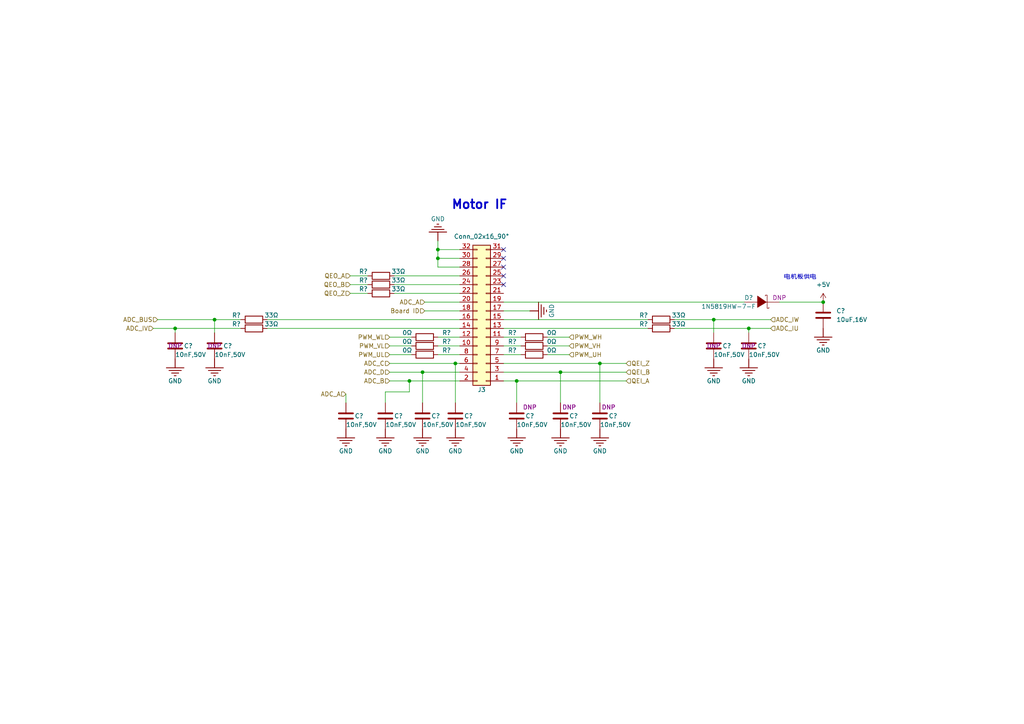
<source format=kicad_sch>
(kicad_sch (version 20230121) (generator eeschema)
  (paper "A4")
  (title_block (title "HPM5E00EVK") (date "2024-04-06") (rev "RevB") (comment 1 "MOTOR_IF"))
  (lib_symbols
    (symbol "00_HPM_power:+5V" (power) (pin_names (offset 0))
      (property "Value" "+5V" (at 0 3.556 0))
      (symbol "+5V_0_1"
        (polyline (pts (xy -0.762 1.27) (xy 0 2.54)))
        (polyline (pts (xy 0 0) (xy 0 2.54)))
        (polyline (pts (xy 0 2.54) (xy 0.762 1.27)))
      )
      (symbol "+5V_1_1"
        (pin power_in line (at 0 0 90) (length 0) hide (name "+5V") (number "1"))
      )
    )
    (symbol "00_HPM_power:GND" (power)
      (property "Value" "GND" (at 0 -6.35 0))
      (symbol "GND_0_0"
        (polyline (pts (xy -2.54 -2.54) (xy 2.54 -2.54)) (stroke (width 0.254)))
        (polyline (pts (xy -1.778 -3.302) (xy 1.778 -3.302)) (stroke (width 0.254)))
        (polyline (pts (xy -1.016 -4.064) (xy 1.016 -4.064)) (stroke (width 0.254)))
        (polyline (pts (xy -0.254 -4.826) (xy 0.254 -4.826)) (stroke (width 0.254)))
        (polyline (pts (xy 0 0) (xy 0 -2.54)) (stroke (width 0.254)))
        (pin power_in line (at 0 0 0) (length 0) hide (name "GND") (number ""))
      )
    )
    (symbol "02_HPM_Resistor:0Ω_0402" (pin_numbers hide) (pin_names (offset 0))
      (property "Reference" "R" (at 0 5.08 0))
      (property "Value" "0Ω" (at 0 8.89 0))
      (symbol "0Ω_0402_0_1"
        (rectangle (start 2.54 -1.016) (end -2.54 1.016) (stroke (width 0.254)))
      )
      (symbol "0Ω_0402_1_1"
        (pin passive line (at -3.81 0 0) (length 1.27) (name "~") (number "1"))
        (pin passive line (at 3.81 0 180) (length 1.27) (name "~") (number "2"))
      )
    )
    (symbol "02_HPM_Resistor:33Ω_0402" (pin_numbers hide) (pin_names (offset 0))
      (property "Reference" "R" (at 0 3.81 0))
      (property "Value" "33Ω" (at 0 6.35 0))
      (symbol "33Ω_0402_0_1"
        (rectangle (start 2.54 -1.016) (end -2.54 1.016) (stroke (width 0.254)))
      )
      (symbol "33Ω_0402_1_1"
        (pin passive line (at -3.81 0 0) (length 1.27) (name "~") (number "1"))
        (pin passive line (at 3.81 0 180) (length 1.27) (name "~") (number "2"))
      )
    )
    (symbol "03_HPM_Capacitance:10nF,50V_0402" (pin_numbers hide) (pin_names (offset 0.254))
      (property "Reference" "C" (at -3.81 13.97 0))
      (property "Value" "10nF,50V" (at -3.81 8.89 0))
      (symbol "10nF,50V_0402_0_1"
        (polyline (pts (xy -2.032 -0.762) (xy 2.032 -0.762)) (stroke (width 0.508)))
        (polyline (pts (xy -2.032 0.762) (xy 2.032 0.762)) (stroke (width 0.508)))
      )
      (symbol "10nF,50V_0402_1_1"
        (pin passive line (at 0 3.81 270) (length 2.794) (name "~") (number "1"))
        (pin passive line (at 0 -3.81 90) (length 2.794) (name "~") (number "2"))
      )
    )
    (symbol "03_HPM_Capacitance:10uF,16V_0603" (pin_numbers hide) (pin_names (offset 0.254))
      (property "Reference" "C" (at 0.635 2.54 0))
      (property "Value" "10uF,16V" (at 0.635 -2.54 0))
      (symbol "10uF,16V_0603_0_1"
        (polyline (pts (xy -2.032 -0.762) (xy 2.032 -0.762)) (stroke (width 0.508)))
        (polyline (pts (xy -2.032 0.762) (xy 2.032 0.762)) (stroke (width 0.508)))
      )
      (symbol "10uF,16V_0603_1_1"
        (pin passive line (at 0 3.81 270) (length 2.794) (name "~") (number "1"))
        (pin passive line (at 0 -3.81 90) (length 2.794) (name "~") (number "2"))
      )
    )
    (symbol "04_HPM_Diode: 1N5819HW-7-F" (pin_numbers hide) (pin_names (offset 1.016) hide)
      (property "Reference" "D" (at 0 5.08 0))
      (property "Value" " 1N5819HW-7-F" (at -1.27 7.62 0))
      (symbol " 1N5819HW-7-F_1_1"
        (polyline (pts (xy 1.27 1.524) (xy -1.27 0) (xy -1.27 0) (xy 1.27 -1.778) (xy 1.27 -1.778) (xy 1.27 1.524)) (fill (type color) (color 132 0 0 1)))
        (polyline (pts (xy -2.032 1.524) (xy -2.032 1.778) (xy -2.032 1.778) (xy -1.524 1.778) (xy -1.524 1.778) (xy -1.524 -2.032) (xy -1.524 -2.032) (xy -1.016 -2.032) (xy -1.016 -2.032) (xy -1.016 -1.778)))
        (pin input line (at -5.08 0 0) (length 3.81) (name "K") (number "1"))
        (pin input line (at 5.08 0 180) (length 3.81) (name "A") (number "2"))
      )
    )
    (symbol "05_HPM_Connector_PinHeader:Conn_02x16_90°" (pin_names (offset 1.016) hide)
      (property "Reference" "J" (at 1.27 20.32 0))
      (property "Value" "Conn_02x16_90°" (at 1.27 -22.86 0))
      (symbol "Conn_02x16_90°_1_1"
        (rectangle (start -1.27 -20.193) (end 0 -20.447) (stroke (width 0.1524)))
        (rectangle (start -1.27 -17.653) (end 0 -17.907) (stroke (width 0.1524)))
        (rectangle (start -1.27 -15.113) (end 0 -15.367) (stroke (width 0.1524)))
        (rectangle (start -1.27 -12.573) (end 0 -12.827) (stroke (width 0.1524)))
        (rectangle (start -1.27 -10.033) (end 0 -10.287) (stroke (width 0.1524)))
        (rectangle (start -1.27 -7.493) (end 0 -7.747) (stroke (width 0.1524)))
        (rectangle (start -1.27 -4.953) (end 0 -5.207) (stroke (width 0.1524)))
        (rectangle (start -1.27 -2.413) (end 0 -2.667) (stroke (width 0.1524)))
        (rectangle (start -1.27 0.127) (end 0 -0.127) (stroke (width 0.1524)))
        (rectangle (start -1.27 2.667) (end 0 2.413) (stroke (width 0.1524)))
        (rectangle (start -1.27 5.207) (end 0 4.953) (stroke (width 0.1524)))
        (rectangle (start -1.27 7.747) (end 0 7.493) (stroke (width 0.1524)))
        (rectangle (start -1.27 10.287) (end 0 10.033) (stroke (width 0.1524)))
        (rectangle (start -1.27 12.827) (end 0 12.573) (stroke (width 0.1524)))
        (rectangle (start -1.27 15.367) (end 0 15.113) (stroke (width 0.1524)))
        (rectangle (start -1.27 17.907) (end 0 17.653) (stroke (width 0.1524)))
        (rectangle (start -1.27 19.05) (end 3.81 -21.59) (stroke (width 0.254)) (fill (type background)))
        (rectangle (start 3.81 -20.193) (end 2.54 -20.447) (stroke (width 0.1524)))
        (rectangle (start 3.81 -17.653) (end 2.54 -17.907) (stroke (width 0.1524)))
        (rectangle (start 3.81 -15.113) (end 2.54 -15.367) (stroke (width 0.1524)))
        (rectangle (start 3.81 -12.573) (end 2.54 -12.827) (stroke (width 0.1524)))
        (rectangle (start 3.81 -10.033) (end 2.54 -10.287) (stroke (width 0.1524)))
        (rectangle (start 3.81 -7.493) (end 2.54 -7.747) (stroke (width 0.1524)))
        (rectangle (start 3.81 -4.953) (end 2.54 -5.207) (stroke (width 0.1524)))
        (rectangle (start 3.81 -2.413) (end 2.54 -2.667) (stroke (width 0.1524)))
        (rectangle (start 3.81 0.127) (end 2.54 -0.127) (stroke (width 0.1524)))
        (rectangle (start 3.81 2.667) (end 2.54 2.413) (stroke (width 0.1524)))
        (rectangle (start 3.81 5.207) (end 2.54 4.953) (stroke (width 0.1524)))
        (rectangle (start 3.81 7.747) (end 2.54 7.493) (stroke (width 0.1524)))
        (rectangle (start 3.81 10.287) (end 2.54 10.033) (stroke (width 0.1524)))
        (rectangle (start 3.81 12.827) (end 2.54 12.573) (stroke (width 0.1524)))
        (rectangle (start 3.81 15.367) (end 2.54 15.113) (stroke (width 0.1524)))
        (rectangle (start 3.81 17.907) (end 2.54 17.653) (stroke (width 0.1524)))
        (pin passive line (at -5.08 17.78 0) (length 3.81) (name "Pin_1") (number "1"))
        (pin passive line (at 7.62 7.62 180) (length 3.81) (name "Pin_10") (number "10"))
        (pin passive line (at -5.08 5.08 0) (length 3.81) (name "Pin_11") (number "11"))
        (pin passive line (at 7.62 5.08 180) (length 3.81) (name "Pin_12") (number "12"))
        (pin passive line (at -5.08 2.54 0) (length 3.81) (name "Pin_13") (number "13"))
        (pin passive line (at 7.62 2.54 180) (length 3.81) (name "Pin_14") (number "14"))
        (pin passive line (at -5.08 0 0) (length 3.81) (name "Pin_15") (number "15"))
        (pin passive line (at 7.62 0 180) (length 3.81) (name "Pin_16") (number "16"))
        (pin passive line (at -5.08 -2.54 0) (length 3.81) (name "Pin_17") (number "17"))
        (pin passive line (at 7.62 -2.54 180) (length 3.81) (name "Pin_18") (number "18"))
        (pin passive line (at -5.08 -5.08 0) (length 3.81) (name "Pin_19") (number "19"))
        (pin passive line (at 7.62 17.78 180) (length 3.81) (name "Pin_2") (number "2"))
        (pin passive line (at 7.62 -5.08 180) (length 3.81) (name "Pin_20") (number "20"))
        (pin passive line (at -5.08 -7.62 0) (length 3.81) (name "Pin_21") (number "21"))
        (pin passive line (at 7.62 -7.62 180) (length 3.81) (name "Pin_22") (number "22"))
        (pin passive line (at -5.08 -10.16 0) (length 3.81) (name "Pin_23") (number "23"))
        (pin passive line (at 7.62 -10.16 180) (length 3.81) (name "Pin_24") (number "24"))
        (pin passive line (at -5.08 -12.7 0) (length 3.81) (name "Pin_25") (number "25"))
        (pin passive line (at 7.62 -12.7 180) (length 3.81) (name "Pin_26") (number "26"))
        (pin passive line (at -5.08 -15.24 0) (length 3.81) (name "Pin_27") (number "27"))
        (pin passive line (at 7.62 -15.24 180) (length 3.81) (name "Pin_28") (number "28"))
        (pin passive line (at -5.08 -17.78 0) (length 3.81) (name "Pin_29") (number "29"))
        (pin passive line (at -5.08 15.24 0) (length 3.81) (name "Pin_3") (number "3"))
        (pin passive line (at 7.62 -17.78 180) (length 3.81) (name "Pin_30") (number "30"))
        (pin passive line (at -5.08 -20.32 0) (length 3.81) (name "Pin_31") (number "31"))
        (pin passive line (at 7.62 -20.32 180) (length 3.81) (name "Pin_32") (number "32"))
        (pin passive line (at 7.62 15.24 180) (length 3.81) (name "Pin_4") (number "4"))
        (pin passive line (at -5.08 12.7 0) (length 3.81) (name "Pin_5") (number "5"))
        (pin passive line (at 7.62 12.7 180) (length 3.81) (name "Pin_6") (number "6"))
        (pin passive line (at -5.08 10.16 0) (length 3.81) (name "Pin_7") (number "7"))
        (pin passive line (at 7.62 10.16 180) (length 3.81) (name "Pin_8") (number "8"))
        (pin passive line (at -5.08 7.62 0) (length 3.81) (name "Pin_9") (number "9"))
      )
    )
  )
  (junction (at 62.23 92.71))
  (junction (at 238.76 87.63))
  (junction (at 132.08 105.41))
  (junction (at 122.555 107.95))
  (junction (at 162.56 107.95))
  (junction (at 127 72.39))
  (junction (at 207.01 92.71))
  (junction (at 149.86 110.49))
  (junction (at 127 74.93))
  (junction (at 173.99 105.41))
  (junction (at 118.745 110.49))
  (junction (at 217.17 95.25))
  (junction (at 50.8 95.25))
  (no_connect (at 146.05 77.47))
  (no_connect (at 146.05 82.55))
  (no_connect (at 146.05 72.39))
  (no_connect (at 146.05 74.93))
  (no_connect (at 146.05 80.01))
  (wire (pts (xy 146.05 95.25) (xy 187.96 95.25)))
  (wire (pts (xy 146.05 92.71) (xy 187.96 92.71)))
  (wire (pts (xy 149.86 116.84) (xy 149.86 110.49)))
  (wire (pts (xy 127 77.47) (xy 133.35 77.47)))
  (wire (pts (xy 217.17 95.25) (xy 217.17 96.52)))
  (wire (pts (xy 113.03 100.33) (xy 119.38 100.33)))
  (wire (pts (xy 132.08 105.41) (xy 133.35 105.41)))
  (wire (pts (xy 101.6 85.09) (xy 106.68 85.09)))
  (wire (pts (xy 123.19 90.17) (xy 133.35 90.17)))
  (wire (pts (xy 173.99 105.41) (xy 181.61 105.41)))
  (wire (pts (xy 100.33 114.3) (xy 100.33 116.84)))
  (wire (pts (xy 207.01 92.71) (xy 207.01 96.52)))
  (wire (pts (xy 113.03 105.41) (xy 132.08 105.41)))
  (wire (pts (xy 217.17 95.25) (xy 223.52 95.25)))
  (wire (pts (xy 146.05 105.41) (xy 173.99 105.41)))
  (wire (pts (xy 113.03 102.87) (xy 119.38 102.87)))
  (wire (pts (xy 146.05 110.49) (xy 149.86 110.49)))
  (wire (pts (xy 113.03 107.95) (xy 122.555 107.95)))
  (wire (pts (xy 114.3 80.01) (xy 133.35 80.01)))
  (wire (pts (xy 119.38 97.79) (xy 113.03 97.79)))
  (wire (pts (xy 127 100.33) (xy 133.35 100.33)))
  (wire (pts (xy 127 69.85) (xy 127 72.39)))
  (wire (pts (xy 127 102.87) (xy 133.35 102.87)))
  (wire (pts (xy 50.8 95.25) (xy 50.8 96.52)))
  (wire (pts (xy 158.75 97.79) (xy 165.1 97.79)))
  (wire (pts (xy 149.86 110.49) (xy 181.61 110.49)))
  (wire (pts (xy 207.01 92.71) (xy 223.52 92.71)))
  (wire (pts (xy 50.8 95.25) (xy 69.85 95.25)))
  (wire (pts (xy 226.06 87.63) (xy 238.76 87.63)))
  (wire (pts (xy 62.23 92.71) (xy 62.23 96.52)))
  (wire (pts (xy 146.05 107.95) (xy 162.56 107.95)))
  (wire (pts (xy 118.745 110.49) (xy 118.745 113.665)))
  (wire (pts (xy 101.6 82.55) (xy 106.68 82.55)))
  (wire (pts (xy 118.745 110.49) (xy 133.35 110.49)))
  (wire (pts (xy 127 74.93) (xy 127 77.47)))
  (wire (pts (xy 158.75 100.33) (xy 165.1 100.33)))
  (wire (pts (xy 127 74.93) (xy 133.35 74.93)))
  (wire (pts (xy 146.05 102.87) (xy 151.13 102.87)))
  (wire (pts (xy 123.19 87.63) (xy 133.35 87.63)))
  (wire (pts (xy 101.6 80.01) (xy 106.68 80.01)))
  (wire (pts (xy 146.05 87.63) (xy 215.9 87.63)))
  (wire (pts (xy 127 72.39) (xy 127 74.93)))
  (wire (pts (xy 146.05 90.17) (xy 153.67 90.17)))
  (wire (pts (xy 127 97.79) (xy 133.35 97.79)))
  (wire (pts (xy 77.47 92.71) (xy 133.35 92.71)))
  (wire (pts (xy 173.99 105.41) (xy 173.99 116.84)))
  (wire (pts (xy 162.56 107.95) (xy 162.56 116.84)))
  (wire (pts (xy 77.47 95.25) (xy 133.35 95.25)))
  (wire (pts (xy 45.72 92.71) (xy 62.23 92.71)))
  (wire (pts (xy 114.3 85.09) (xy 133.35 85.09)))
  (wire (pts (xy 44.45 95.25) (xy 50.8 95.25)))
  (wire (pts (xy 162.56 107.95) (xy 181.61 107.95)))
  (wire (pts (xy 195.58 92.71) (xy 207.01 92.71)))
  (wire (pts (xy 195.58 95.25) (xy 217.17 95.25)))
  (wire (pts (xy 114.3 82.55) (xy 133.35 82.55)))
  (wire (pts (xy 158.75 102.87) (xy 165.1 102.87)))
  (wire (pts (xy 122.555 107.95) (xy 133.35 107.95)))
  (wire (pts (xy 122.555 107.95) (xy 122.555 116.84)))
  (wire (pts (xy 62.23 92.71) (xy 69.85 92.71)))
  (wire (pts (xy 127 72.39) (xy 133.35 72.39)))
  (wire (pts (xy 111.76 113.665) (xy 118.745 113.665)))
  (wire (pts (xy 111.76 113.665) (xy 111.76 116.84)))
  (wire (pts (xy 113.03 110.49) (xy 118.745 110.49)))
  (wire (pts (xy 132.08 105.41) (xy 132.08 116.84)))
  (wire (pts (xy 146.05 100.33) (xy 151.13 100.33)))
  (wire (pts (xy 151.13 97.79) (xy 146.05 97.79)))
  (text "Motor IF" (at 130.81 60.96 0) (effects (font (size 2.54 2.54) (thickness 0.508) bold) (justify left bottom)))
  (text "电机板供电" (at 227.33 81.28 0) (effects (font (size 1.27 1.27)) (justify left bottom)))
  (hierarchical_label "PWM_WL" (shape input) (at 113.03 97.79 180))
  (hierarchical_label "QEO­_Z" (shape input) (at 101.6 85.09 180))
  (hierarchical_label "ADC_IU" (shape input) (at 223.52 95.25 0))
  (hierarchical_label "ADC_D" (shape input) (at 113.03 107.95 180))
  (hierarchical_label "QEO_A" (shape input) (at 101.6 80.01 180))
  (hierarchical_label "PWM_VL" (shape input) (at 113.03 100.33 180))
  (hierarchical_label "ADC_B" (shape input) (at 113.03 110.49 180))
  (hierarchical_label "QEI_B" (shape input) (at 181.61 107.95 0))
  (hierarchical_label "Board ID" (shape input) (at 123.19 90.17 180))
  (hierarchical_label "PWM_UH" (shape input) (at 165.1 102.87 0))
  (hierarchical_label "ADC_IV" (shape input) (at 44.45 95.25 180))
  (hierarchical_label "PWM_WH" (shape input) (at 165.1 97.79 0))
  (hierarchical_label "ADC_IW" (shape input) (at 223.52 92.71 0))
  (hierarchical_label "QEI_A" (shape input) (at 181.61 110.49 0))
  (hierarchical_label "PWM_VH" (shape input) (at 165.1 100.33 0))
  (hierarchical_label "ADC_A" (shape input) (at 100.33 114.3 180))
  (hierarchical_label "QEO_B" (shape input) (at 101.6 82.55 180))
  (hierarchical_label "ADC_A" (shape input) (at 123.19 87.63 180))
  (hierarchical_label "ADC_C" (shape input) (at 113.03 105.41 180))
  (hierarchical_label "ADC_BUS" (shape input) (at 45.72 92.71 180))
  (hierarchical_label "QEI_Z" (shape input) (at 181.61 105.41 0))
  (hierarchical_label "PWM_UL" (shape input) (at 113.03 102.87 180))
  (symbol (lib_id "03_HPM_Capacitance:10nF,50V_0402") (at 111.76 120.65 0) (unit 1)
    (property "Reference" "C?" (at 114.3 120.65 0) (effects (justify left)))
    (property "Value" "10nF,50V" (at 111.76 123.19 0) (effects (justify left)))
    (property "Footprint" "03_HPM_Capacitance:C_0402_1005Metric" (effects hide))
    (property "Model" " CL05B103KB5NNNC" (effects hide))
    (property "Company" "SAMSUNG(三星)" (effects hide))
    (instances (project "HPM5E00EVKRevC" (path "" (reference "C?") (unit 1)) (path "" (reference "C157") (unit 1))) (project "HPM5300 EVK REVC" (path "" (reference "C?") (unit 1))))
  )
  (symbol (lib_id "03_HPM_Capacitance:10nF,50V_0402") (at 132.08 120.65 0) (unit 1)
    (property "Reference" "C?" (at 134.62 120.65 0) (effects (justify left)))
    (property "Value" "10nF,50V" (at 132.08 123.19 0) (effects (justify left)))
    (property "Footprint" "03_HPM_Capacitance:C_0402_1005Metric" (effects hide))
    (property "Model" " CL05B103KB5NNNC" (effects hide))
    (property "Company" "SAMSUNG(三星)" (effects hide))
    (instances (project "HPM5E00EVKRevC" (path "" (reference "C?") (unit 1)) (path "" (reference "C159") (unit 1))) (project "HPM5300 EVK REVC" (path "" (reference "C?") (unit 1))))
  )
  (symbol (lib_id "00_HPM_power:GND") (at 111.76 124.46 0) (unit 1)
    (property "Reference" "#PWR?" (effects hide))
    (property "Value" "GND" (at 111.76 130.81 0))
    (instances (project "HPM5E00EVKRevC" (path "" (reference "#PWR?") (unit 1)) (path "" (reference "#PWR0209") (unit 1))) (project "HPM5300 EVK REVC" (path "" (reference "#PWR?") (unit 1))))
  )
  (symbol (lib_id "00_HPM_power:GND") (at 173.99 124.46 0) (unit 1)
    (property "Reference" "#PWR?" (effects hide))
    (property "Value" "GND" (at 173.99 130.81 0))
    (instances (project "HPM5E00EVKRevC" (path "" (reference "#PWR?") (unit 1)) (path "" (reference "#PWR061") (unit 1))) (project "HPM5300 EVK REVC" (path "" (reference "#PWR?") (unit 1))))
  )
  (symbol (lib_id "02_HPM_Resistor:33Ω_0402") (at 191.77 92.71 0) (unit 1)
    (property "Reference" "R?" (at 186.69 91.44 0))
    (property "Value" "33Ω" (at 196.85 91.44 0))
    (property "Footprint" "02_HPM_Resistor:R_0402_1005Metric" (effects hide))
    (property "Model" "0402WGF330JTCE" (effects hide))
    (property "Company" "UNI-ROYAL(厚声)" (effects hide))
    (instances (project "HPM5E00EVKRevC" (path "" (reference "R?") (unit 1)) (path "" (reference "R44") (unit 1))) (project "HPM5300 EVK REVC" (path "" (reference "R?") (unit 1))))
  )
  (symbol (lib_id "02_HPM_Resistor:33Ω_0402") (at 110.49 85.09 0) (unit 1)
    (property "Reference" "R?" (at 105.41 83.82 0))
    (property "Value" "33Ω" (at 115.57 83.82 0))
    (property "Footprint" "02_HPM_Resistor:R_0402_1005Metric" (effects hide))
    (property "Model" "0402WGF330JTCE" (effects hide))
    (property "Company" "UNI-ROYAL(厚声)" (effects hide))
    (instances (project "HPM5E00EVKRevC" (path "" (reference "R?") (unit 1)) (path "" (reference "R196") (unit 1))) (project "HPM5300 EVK REVC" (path "" (reference "R?") (unit 1))))
  )
  (symbol (lib_id "00_HPM_power:GND") (at 122.555 124.46 0) (unit 1)
    (property "Reference" "#PWR?" (effects hide))
    (property "Value" "GND" (at 122.555 130.81 0))
    (instances (project "HPM5E00EVKRevC" (path "" (reference "#PWR?") (unit 1)) (path "" (reference "#PWR0297") (unit 1))) (project "HPM5300 EVK REVC" (path "" (reference "#PWR?") (unit 1))))
  )
  (symbol (lib_id "02_HPM_Resistor:0Ω_0402") (at 154.94 97.79 0) (unit 1)
    (property "Reference" "R?" (at 148.59 96.52 0))
    (property "Value" "0Ω" (at 160.02 96.52 0))
    (property "Footprint" "02_HPM_Resistor:R_0402_1005Metric" (effects hide))
    (property "Model" "RC0402JR-070RL" (effects hide))
    (property "Company" "YAGEO(国巨)" (effects hide))
    (instances (project "HPM5E00EVKRevC" (path "" (reference "R?") (unit 1)) (path "" (reference "R51") (unit 1))))
  )
  (symbol (lib_id "03_HPM_Capacitance:10nF,50V_0402") (at 100.33 120.65 0) (unit 1)
    (property "Reference" "C?" (at 102.87 120.65 0) (effects (justify left)))
    (property "Value" "10nF,50V" (at 100.33 123.19 0) (effects (justify left)))
    (property "Footprint" "03_HPM_Capacitance:C_0402_1005Metric" (effects hide))
    (property "Model" " CL05B103KB5NNNC" (effects hide))
    (property "Company" "SAMSUNG(三星)" (effects hide))
    (instances (project "HPM5E00EVKRevC" (path "" (reference "C?") (unit 1)) (path "" (reference "C160") (unit 1))) (project "HPM5300 EVK REVC" (path "" (reference "C?") (unit 1))))
  )
  (symbol (lib_id "04_HPM_Diode: 1N5819HW-7-F") (at 220.98 87.63 180) (unit 1)
    (property "Reference" "D?" (at 217.17 86.36 0))
    (property "Value" " 1N5819HW-7-F" (at 210.82 88.9 0))
    (property "Footprint" "04_HPM_Diode:D_SOD-123" (effects hide))
    (property "Model" "1N5819HW-7-F" (effects hide))
    (property "Company" "DIODES(美台)" (effects hide))
    (property "ASSY_OPT" "DNP" (at 226.06 86.36 0))
    (instances (project "HPM5E00EVKRevC" (path "" (reference "D?") (unit 1)) (path "" (reference "D1") (unit 1))) (project "HPM5300 EVK REVC" (path "" (reference "D?") (unit 1))))
  )
  (symbol (lib_id "03_HPM_Capacitance:10uF,16V_0603") (at 238.76 91.44 0) (unit 1)
    (property "Reference" "C?" (at 242.57 90.17 0) (effects (justify left)))
    (property "Value" "10uF,16V" (at 242.57 92.71 0) (effects (justify left)))
    (property "Footprint" "03_HPM_Capacitance:C_0603_1608Metric" (effects hide))
    (property "Model" "CL10A106KO8NQNC" (effects hide))
    (property "Company" " SAMSUNG(三星)" (effects hide))
    (instances (project "HPM5E00EVKRevC" (path "" (reference "C?") (unit 1)) (path "" (reference "C30") (unit 1))) (project "HPM5300 EVK REVC" (path "" (reference "C?") (unit 1))))
  )
  (symbol (lib_id "00_HPM_power:GND") (at 132.08 124.46 0) (unit 1)
    (property "Reference" "#PWR?" (effects hide))
    (property "Value" "GND" (at 132.08 130.81 0))
    (instances (project "HPM5E00EVKRevC" (path "" (reference "#PWR?") (unit 1)) (path "" (reference "#PWR0298") (unit 1))) (project "HPM5300 EVK REVC" (path "" (reference "#PWR?") (unit 1))))
  )
  (symbol (lib_id "00_HPM_power:GND") (at 50.8 104.14 0) (unit 1)
    (property "Reference" "#PWR?" (effects hide))
    (property "Value" "GND" (at 50.8 110.49 0))
    (instances (project "HPM5E00EVKRevC" (path "" (reference "#PWR?") (unit 1)) (path "" (reference "#PWR096") (unit 1))) (project "HPM5300 EVK REVC" (path "" (reference "#PWR?") (unit 1))))
  )
  (symbol (lib_id "00_HPM_power:GND") (at 238.76 95.25 0) (unit 1)
    (property "Reference" "#PWR?" (effects hide))
    (property "Value" "GND" (at 238.76 101.6 0))
    (instances (project "HPM5E00EVKRevC" (path "" (reference "#PWR?") (unit 1)) (path "" (reference "#PWR092") (unit 1))) (project "HPM5300 EVK REVC" (path "" (reference "#PWR?") (unit 1))))
  )
  (symbol (lib_id "03_HPM_Capacitance:10nF,50V_0402") (at 173.99 120.65 0) (unit 1)
    (property "Reference" "C?" (at 176.53 120.65 0) (effects (justify left)))
    (property "Value" "10nF,50V" (at 173.99 123.19 0) (effects (justify left)))
    (property "Footprint" "03_HPM_Capacitance:C_0402_1005Metric" (effects hide))
    (property "Model" " CL05B103KB5NNNC" (effects hide))
    (property "Company" "SAMSUNG(三星)" (effects hide))
    (property "ASSY_OPT" "DNP" (at 176.53 118.11 0))
    (instances (project "HPM5E00EVKRevC" (path "" (reference "C?") (unit 1)) (path "" (reference "C151") (unit 1))) (project "HPM5300 EVK REVC" (path "" (reference "C?") (unit 1))))
  )
  (symbol (lib_id "02_HPM_Resistor:33Ω_0402") (at 110.49 80.01 0) (unit 1)
    (property "Reference" "R?" (at 105.41 78.74 0))
    (property "Value" "33Ω" (at 115.57 78.74 0))
    (property "Footprint" "02_HPM_Resistor:R_0402_1005Metric" (effects hide))
    (property "Model" "0402WGF330JTCE" (effects hide))
    (property "Company" "UNI-ROYAL(厚声)" (effects hide))
    (instances (project "HPM5E00EVKRevC" (path "" (reference "R?") (unit 1)) (path "" (reference "R194") (unit 1))) (project "HPM5300 EVK REVC" (path "" (reference "R?") (unit 1))))
  )
  (symbol (lib_id "02_HPM_Resistor:0Ω_0402") (at 123.19 100.33 0) (mirror y) (unit 1)
    (property "Reference" "R?" (at 129.54 99.06 0))
    (property "Value" "0Ω" (at 118.11 99.06 0))
    (property "Footprint" "02_HPM_Resistor:R_0402_1005Metric" (effects hide))
    (property "Model" "RC0402JR-070RL" (effects hide))
    (property "Company" "YAGEO(国巨)" (effects hide))
    (instances (project "HPM5E00EVKRevC" (path "" (reference "R?") (unit 1)) (path "" (reference "R75") (unit 1))))
  )
  (symbol (lib_id "00_HPM_power:GND") (at 127 69.85 0) (mirror x) (unit 1)
    (property "Reference" "#PWR?" (effects hide))
    (property "Value" "GND" (at 127 63.5 0))
    (instances (project "HPM5E00EVKRevC" (path "" (reference "#PWR?") (unit 1)) (path "" (reference "#PWR016") (unit 1))) (project "HPM5300 EVK REVC" (path "" (reference "#PWR?") (unit 1))))
  )
  (symbol (lib_id "00_HPM_power:GND") (at 207.01 104.14 0) (unit 1)
    (property "Reference" "#PWR?" (effects hide))
    (property "Value" "GND" (at 207.01 110.49 0))
    (instances (project "HPM5E00EVKRevC" (path "" (reference "#PWR?") (unit 1)) (path "" (reference "#PWR0161") (unit 1))) (project "HPM5300 EVK REVC" (path "" (reference "#PWR?") (unit 1))))
  )
  (symbol (lib_id "03_HPM_Capacitance:10nF,50V_0402") (at 162.56 120.65 0) (unit 1)
    (property "Reference" "C?" (at 165.1 120.65 0) (effects (justify left)))
    (property "Value" "10nF,50V" (at 162.56 123.19 0) (effects (justify left)))
    (property "Footprint" "03_HPM_Capacitance:C_0402_1005Metric" (effects hide))
    (property "Model" " CL05B103KB5NNNC" (effects hide))
    (property "Company" "SAMSUNG(三星)" (effects hide))
    (property "ASSY_OPT" "DNP" (at 165.1 118.11 0))
    (instances (project "HPM5E00EVKRevC" (path "" (reference "C?") (unit 1)) (path "" (reference "C128") (unit 1))) (project "HPM5300 EVK REVC" (path "" (reference "C?") (unit 1))))
  )
  (symbol (lib_id "02_HPM_Resistor:33Ω_0402") (at 73.66 92.71 0) (unit 1)
    (property "Reference" "R?" (at 68.58 91.44 0))
    (property "Value" "33Ω" (at 78.74 91.44 0))
    (property "Footprint" "02_HPM_Resistor:R_0402_1005Metric" (effects hide))
    (property "Model" "0402WGF330JTCE" (effects hide))
    (property "Company" "UNI-ROYAL(厚声)" (effects hide))
    (instances (project "HPM5E00EVKRevC" (path "" (reference "R?") (unit 1)) (path "" (reference "R43") (unit 1))) (project "HPM5300 EVK REVC" (path "" (reference "R?") (unit 1))))
  )
  (symbol (lib_id "02_HPM_Resistor:0Ω_0402") (at 123.19 97.79 0) (unit 1)
    (property "Reference" "R?" (at 129.54 96.52 0))
    (property "Value" "0Ω" (at 118.11 96.52 0))
    (property "Footprint" "02_HPM_Resistor:R_0402_1005Metric" (effects hide))
    (property "Model" "RC0402JR-070RL" (effects hide))
    (property "Company" "YAGEO(国巨)" (effects hide))
    (instances (project "HPM5E00EVKRevC" (path "" (reference "R?") (unit 1)) (path "" (reference "R48") (unit 1))))
  )
  (symbol (lib_id "00_HPM_power:+5V") (at 238.76 87.63 0) (unit 1)
    (property "Reference" "#PWR?" (effects hide))
    (property "Value" "+5V" (at 238.76 82.55 0))
    (instances (project "HPM6200EVK" (path "" (reference "#PWR?") (unit 1))) (project "HPM5E00EVKRevC" (path "" (reference "#PWR?") (unit 1)) (path "" (reference "#PWR024") (unit 1))) (project "HPM5300 EVK REVC" (path "" (reference "#PWR?") (unit 1))))
  )
  (symbol (lib_id "02_HPM_Resistor:33Ω_0402") (at 110.49 82.55 0) (unit 1)
    (property "Reference" "R?" (at 105.41 81.28 0))
    (property "Value" "33Ω" (at 115.57 81.28 0))
    (property "Footprint" "02_HPM_Resistor:R_0402_1005Metric" (effects hide))
    (property "Model" "0402WGF330JTCE" (effects hide))
    (property "Company" "UNI-ROYAL(厚声)" (effects hide))
    (instances (project "HPM5E00EVKRevC" (path "" (reference "R?") (unit 1)) (path "" (reference "R195") (unit 1))) (project "HPM5300 EVK REVC" (path "" (reference "R?") (unit 1))))
  )
  (symbol (lib_id "02_HPM_Resistor:33Ω_0402") (at 191.77 95.25 0) (unit 1)
    (property "Reference" "R?" (at 186.69 93.98 0))
    (property "Value" "33Ω" (at 196.85 93.98 0))
    (property "Footprint" "02_HPM_Resistor:R_0402_1005Metric" (effects hide))
    (property "Model" "0402WGF330JTCE" (effects hide))
    (property "Company" "UNI-ROYAL(厚声)" (effects hide))
    (instances (project "HPM5E00EVKRevC" (path "" (reference "R?") (unit 1)) (path "" (reference "R47") (unit 1))) (project "HPM5300 EVK REVC" (path "" (reference "R?") (unit 1))))
  )
  (symbol (lib_id "03_HPM_Capacitance:10nF,50V_0402") (at 50.8 100.33 0) (unit 1)
    (property "Reference" "C?" (at 53.34 100.33 0) (effects (justify left)))
    (property "Value" "10nF,50V" (at 50.8 102.87 0) (effects (justify left)))
    (property "Footprint" "03_HPM_Capacitance:C_0402_1005Metric" (effects hide))
    (property "Model" " CL05B103KB5NNNC" (effects hide))
    (property "Company" "SAMSUNG(三星)" (effects hide))
    (property "ASSY_OPT" "DNP" (at 50.8 100.33 0))
    (instances (project "HPM5E00EVKRevC" (path "" (reference "C?") (unit 1)) (path "" (reference "C55") (unit 1))) (project "HPM5300 EVK REVC" (path "" (reference "C?") (unit 1))))
  )
  (symbol (lib_id "00_HPM_power:GND") (at 149.86 124.46 0) (unit 1)
    (property "Reference" "#PWR?" (effects hide))
    (property "Value" "GND" (at 149.86 130.81 0))
    (instances (project "HPM5E00EVKRevC" (path "" (reference "#PWR?") (unit 1)) (path "" (reference "#PWR059") (unit 1))) (project "HPM5300 EVK REVC" (path "" (reference "#PWR?") (unit 1))))
  )
  (symbol (lib_id "00_HPM_power:GND") (at 217.17 104.14 0) (unit 1)
    (property "Reference" "#PWR?" (effects hide))
    (property "Value" "GND" (at 217.17 110.49 0))
    (instances (project "HPM5E00EVKRevC" (path "" (reference "#PWR?") (unit 1)) (path "" (reference "#PWR0183") (unit 1))) (project "HPM5300 EVK REVC" (path "" (reference "#PWR?") (unit 1))))
  )
  (symbol (lib_id "00_HPM_power:GND") (at 162.56 124.46 0) (unit 1)
    (property "Reference" "#PWR?" (effects hide))
    (property "Value" "GND" (at 162.56 130.81 0))
    (instances (project "HPM5E00EVKRevC" (path "" (reference "#PWR?") (unit 1)) (path "" (reference "#PWR060") (unit 1))) (project "HPM5300 EVK REVC" (path "" (reference "#PWR?") (unit 1))))
  )
  (symbol (lib_id "00_HPM_power:GND") (at 100.33 124.46 0) (unit 1)
    (property "Reference" "#PWR?" (effects hide))
    (property "Value" "GND" (at 100.33 130.81 0))
    (instances (project "HPM5E00EVKRevC" (path "" (reference "#PWR?") (unit 1)) (path "" (reference "#PWR0299") (unit 1))) (project "HPM5300 EVK REVC" (path "" (reference "#PWR?") (unit 1))))
  )
  (symbol (lib_id "03_HPM_Capacitance:10nF,50V_0402") (at 207.01 100.33 0) (unit 1)
    (property "Reference" "C?" (at 209.55 100.33 0) (effects (justify left)))
    (property "Value" "10nF,50V" (at 207.01 102.87 0) (effects (justify left)))
    (property "Footprint" "03_HPM_Capacitance:C_0402_1005Metric" (effects hide))
    (property "Model" " CL05B103KB5NNNC" (effects hide))
    (property "Company" "SAMSUNG(三星)" (effects hide))
    (property "ASSY_OPT" "DNP" (at 207.01 100.33 0))
    (instances (project "HPM5E00EVKRevC" (path "" (reference "C?") (unit 1)) (path "" (reference "C61") (unit 1))) (project "HPM5300 EVK REVC" (path "" (reference "C?") (unit 1))))
  )
  (symbol (lib_id "03_HPM_Capacitance:10nF,50V_0402") (at 217.17 100.33 0) (unit 1)
    (property "Reference" "C?" (at 219.71 100.33 0) (effects (justify left)))
    (property "Value" "10nF,50V" (at 217.17 102.87 0) (effects (justify left)))
    (property "Footprint" "03_HPM_Capacitance:C_0402_1005Metric" (effects hide))
    (property "Model" " CL05B103KB5NNNC" (effects hide))
    (property "Company" "SAMSUNG(三星)" (effects hide))
    (property "ASSY_OPT" "DNP" (at 217.17 100.33 0))
    (instances (project "HPM5E00EVKRevC" (path "" (reference "C?") (unit 1)) (path "" (reference "C64") (unit 1))) (project "HPM5300 EVK REVC" (path "" (reference "C?") (unit 1))))
  )
  (symbol (lib_id "00_HPM_power:GND") (at 62.23 104.14 0) (unit 1)
    (property "Reference" "#PWR?" (effects hide))
    (property "Value" "GND" (at 62.23 110.49 0))
    (instances (project "HPM5E00EVKRevC" (path "" (reference "#PWR?") (unit 1)) (path "" (reference "#PWR097") (unit 1))) (project "HPM5300 EVK REVC" (path "" (reference "#PWR?") (unit 1))))
  )
  (symbol (lib_id "00_HPM_power:GND") (at 153.67 90.17 90) (unit 1)
    (property "Reference" "#PWR?" (effects hide))
    (property "Value" "GND" (at 160.02 90.17 0))
    (instances (project "HPM5E00EVKRevC" (path "" (reference "#PWR?") (unit 1)) (path "" (reference "#PWR069") (unit 1))) (project "HPM5300 EVK REVC" (path "" (reference "#PWR?") (unit 1))))
  )
  (symbol (lib_id "03_HPM_Capacitance:10nF,50V_0402") (at 62.23 100.33 0) (unit 1)
    (property "Reference" "C?" (at 64.77 100.33 0) (effects (justify left)))
    (property "Value" "10nF,50V" (at 62.23 102.87 0) (effects (justify left)))
    (property "Footprint" "03_HPM_Capacitance:C_0402_1005Metric" (effects hide))
    (property "Model" " CL05B103KB5NNNC" (effects hide))
    (property "Company" "SAMSUNG(三星)" (effects hide))
    (property "ASSY_OPT" "DNP" (at 62.23 100.33 0))
    (instances (project "HPM5E00EVKRevC" (path "" (reference "C?") (unit 1)) (path "" (reference "C56") (unit 1))) (project "HPM5300 EVK REVC" (path "" (reference "C?") (unit 1))))
  )
  (symbol (lib_id "05_HPM_Connector_PinHeader:Conn_02x16_90°") (at 140.97 92.71 180) (unit 1)
    (property "Reference" "J3" (at 139.7 113.03 0))
    (property "Value" "Conn_02x16_90°" (at 139.7 68.58 0))
    (property "Footprint" "05_HPM_Connector_PinHeader:PinHeader_2x16_P2.54mm_Horizontal" (effects hide))
    (property "Model" "2.54-2*16P弯针" (effects hide))
    (property "Company" " BOOMELE(博穆精密) " (effects hide))
  )
  (symbol (lib_id "02_HPM_Resistor:0Ω_0402") (at 154.94 100.33 0) (unit 1)
    (property "Reference" "R?" (at 148.59 99.06 0))
    (property "Value" "0Ω" (at 160.02 99.06 0))
    (property "Footprint" "02_HPM_Resistor:R_0402_1005Metric" (effects hide))
    (property "Model" "RC0402JR-070RL" (effects hide))
    (property "Company" "YAGEO(国巨)" (effects hide))
    (instances (project "HPM5E00EVKRevC" (path "" (reference "R?") (unit 1)) (path "" (reference "R102") (unit 1))))
  )
  (symbol (lib_id "03_HPM_Capacitance:10nF,50V_0402") (at 122.555 120.65 0) (unit 1)
    (property "Reference" "C?" (at 125.095 120.65 0) (effects (justify left)))
    (property "Value" "10nF,50V" (at 122.555 123.19 0) (effects (justify left)))
    (property "Footprint" "03_HPM_Capacitance:C_0402_1005Metric" (effects hide))
    (property "Model" " CL05B103KB5NNNC" (effects hide))
    (property "Company" "SAMSUNG(三星)" (effects hide))
    (instances (project "HPM5E00EVKRevC" (path "" (reference "C?") (unit 1)) (path "" (reference "C158") (unit 1))) (project "HPM5300 EVK REVC" (path "" (reference "C?") (unit 1))))
  )
  (symbol (lib_id "02_HPM_Resistor:33Ω_0402") (at 73.66 95.25 0) (unit 1)
    (property "Reference" "R?" (at 68.58 93.98 0))
    (property "Value" "33Ω" (at 78.74 93.98 0))
    (property "Footprint" "02_HPM_Resistor:R_0402_1005Metric" (effects hide))
    (property "Model" "0402WGF330JTCE" (effects hide))
    (property "Company" "UNI-ROYAL(厚声)" (effects hide))
    (instances (project "HPM5E00EVKRevC" (path "" (reference "R?") (unit 1)) (path "" (reference "R45") (unit 1))) (project "HPM5300 EVK REVC" (path "" (reference "R?") (unit 1))))
  )
  (symbol (lib_id "02_HPM_Resistor:0Ω_0402") (at 154.94 102.87 0) (unit 1)
    (property "Reference" "R?" (at 148.59 101.6 0))
    (property "Value" "0Ω" (at 160.02 101.6 0))
    (property "Footprint" "02_HPM_Resistor:R_0402_1005Metric" (effects hide))
    (property "Model" "RC0402JR-070RL" (effects hide))
    (property "Company" "YAGEO(国巨)" (effects hide))
    (instances (project "HPM5E00EVKRevC" (path "" (reference "R?") (unit 1)) (path "" (reference "R108") (unit 1))))
  )
  (symbol (lib_id "03_HPM_Capacitance:10nF,50V_0402") (at 149.86 120.65 0) (unit 1)
    (property "Reference" "C?" (at 152.4 120.65 0) (effects (justify left)))
    (property "Value" "10nF,50V" (at 149.86 123.19 0) (effects (justify left)))
    (property "Footprint" "03_HPM_Capacitance:C_0402_1005Metric" (effects hide))
    (property "Model" " CL05B103KB5NNNC" (effects hide))
    (property "Company" "SAMSUNG(三星)" (effects hide))
    (property "ASSY_OPT" "DNP" (at 153.67 118.11 0))
    (instances (project "HPM5E00EVKRevC" (path "" (reference "C?") (unit 1)) (path "" (reference "C126") (unit 1))) (project "HPM5300 EVK REVC" (path "" (reference "C?") (unit 1))))
  )
  (symbol (lib_id "02_HPM_Resistor:0Ω_0402") (at 123.19 102.87 0) (mirror y) (unit 1)
    (property "Reference" "R?" (at 129.54 101.6 0))
    (property "Value" "0Ω" (at 118.11 101.6 0))
    (property "Footprint" "02_HPM_Resistor:R_0402_1005Metric" (effects hide))
    (property "Model" "RC0402JR-070RL" (effects hide))
    (property "Company" "YAGEO(国巨)" (effects hide))
    (instances (project "HPM5E00EVKRevC" (path "" (reference "R?") (unit 1)) (path "" (reference "R103") (unit 1))))
  )
)
</source>
